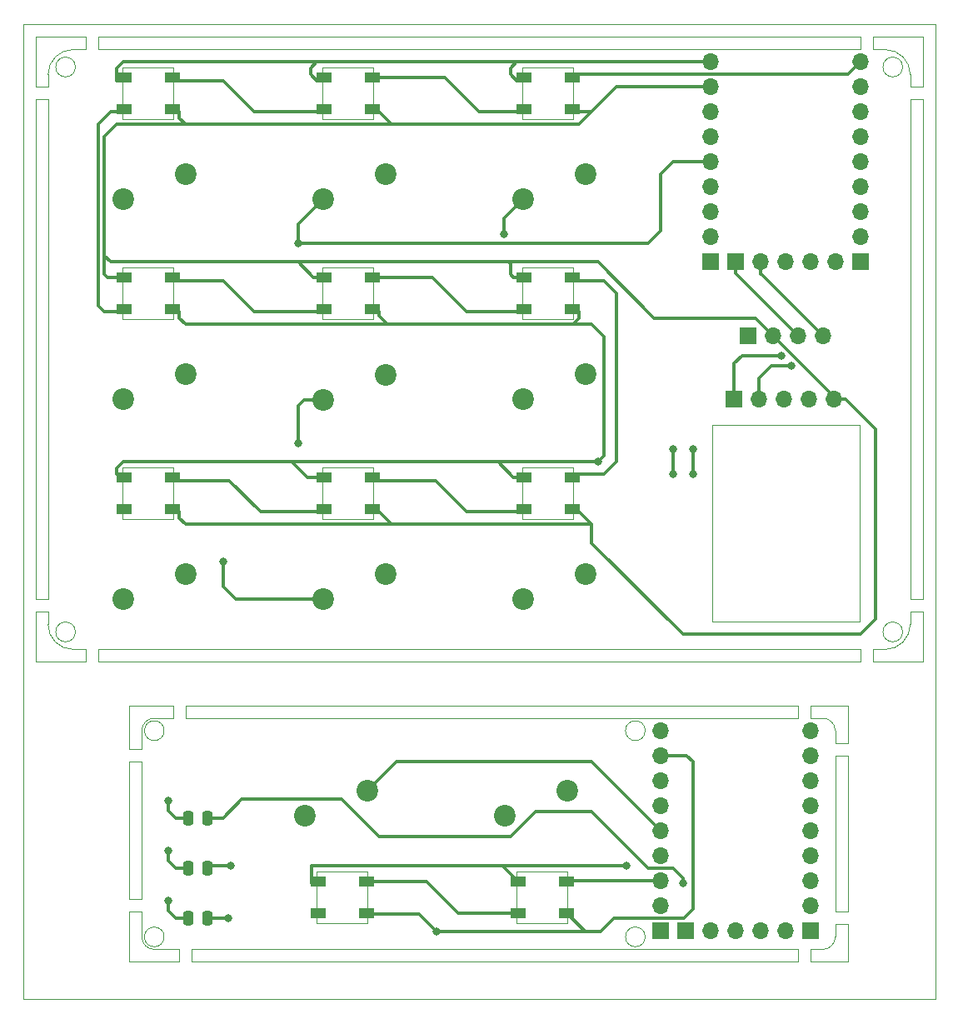
<source format=gbr>
%TF.GenerationSoftware,KiCad,Pcbnew,(6.0.5)*%
%TF.CreationDate,2022-06-14T18:11:56+08:00*%
%TF.ProjectId,keyboard_V4___,6b657962-6f61-4726-945f-56345f087f2e,rev?*%
%TF.SameCoordinates,Original*%
%TF.FileFunction,Copper,L2,Bot*%
%TF.FilePolarity,Positive*%
%FSLAX46Y46*%
G04 Gerber Fmt 4.6, Leading zero omitted, Abs format (unit mm)*
G04 Created by KiCad (PCBNEW (6.0.5)) date 2022-06-14 18:11:56*
%MOMM*%
%LPD*%
G01*
G04 APERTURE LIST*
G04 Aperture macros list*
%AMRoundRect*
0 Rectangle with rounded corners*
0 $1 Rounding radius*
0 $2 $3 $4 $5 $6 $7 $8 $9 X,Y pos of 4 corners*
0 Add a 4 corners polygon primitive as box body*
4,1,4,$2,$3,$4,$5,$6,$7,$8,$9,$2,$3,0*
0 Add four circle primitives for the rounded corners*
1,1,$1+$1,$2,$3*
1,1,$1+$1,$4,$5*
1,1,$1+$1,$6,$7*
1,1,$1+$1,$8,$9*
0 Add four rect primitives between the rounded corners*
20,1,$1+$1,$2,$3,$4,$5,0*
20,1,$1+$1,$4,$5,$6,$7,0*
20,1,$1+$1,$6,$7,$8,$9,0*
20,1,$1+$1,$8,$9,$2,$3,0*%
G04 Aperture macros list end*
%TA.AperFunction,Profile*%
%ADD10C,0.050000*%
%TD*%
%TA.AperFunction,ComponentPad*%
%ADD11C,2.200000*%
%TD*%
%TA.AperFunction,ComponentPad*%
%ADD12R,1.700000X1.700000*%
%TD*%
%TA.AperFunction,ComponentPad*%
%ADD13O,1.700000X1.700000*%
%TD*%
%TA.AperFunction,SMDPad,CuDef*%
%ADD14RoundRect,0.250000X0.250000X0.475000X-0.250000X0.475000X-0.250000X-0.475000X0.250000X-0.475000X0*%
%TD*%
%TA.AperFunction,SMDPad,CuDef*%
%ADD15R,1.500000X1.000000*%
%TD*%
%TA.AperFunction,ViaPad*%
%ADD16C,0.800000*%
%TD*%
%TA.AperFunction,Conductor*%
%ADD17C,0.304800*%
%TD*%
G04 APERTURE END LIST*
D10*
X110490000Y-125095000D02*
G75*
G03*
X109220000Y-123825000I-1270000J0D01*
G01*
X40005000Y-146050000D02*
G75*
G03*
X41275000Y-147320000I1270000J0D01*
G01*
X119380000Y-60960000D02*
X118110000Y-60960000D01*
X114300000Y-116840000D02*
X114300000Y-118110000D01*
X30480000Y-113030000D02*
X30480000Y-114300000D01*
X106680000Y-148590000D02*
X106680000Y-147320000D01*
X44450000Y-122555000D02*
X44450000Y-123825000D01*
X40005000Y-125095000D02*
X40005000Y-127000000D01*
X111760000Y-148590000D02*
X111760000Y-144780000D01*
X43241538Y-103567747D02*
X38059938Y-103567747D01*
X38059938Y-103567747D02*
X38059938Y-98356147D01*
X38059938Y-98356147D02*
X43241538Y-98356147D01*
X43241538Y-98356147D02*
X43241538Y-103567747D01*
X110490000Y-126365000D02*
X110490000Y-125095000D01*
X109220000Y-147320000D02*
G75*
G03*
X110490000Y-146050000I0J1270000D01*
G01*
X119380000Y-111760000D02*
X119380000Y-60960000D01*
X113030000Y-55880000D02*
X35560000Y-55880000D01*
X118110000Y-111760000D02*
X119380000Y-111760000D01*
X57789200Y-139414200D02*
X62970800Y-139414200D01*
X62970800Y-139414200D02*
X62970800Y-144666600D01*
X62970800Y-144666600D02*
X57789200Y-144666600D01*
X57789200Y-144666600D02*
X57789200Y-139414200D01*
X113030000Y-55880000D02*
X113030000Y-54610000D01*
X29210000Y-54610000D02*
X29210000Y-59690000D01*
X107950000Y-147320000D02*
X107950000Y-148590000D01*
X35560000Y-116840000D02*
X35560000Y-118110000D01*
X34290000Y-54610000D02*
X34290000Y-55880000D01*
X83870800Y-83235800D02*
X78689200Y-83235800D01*
X78689200Y-83235800D02*
X78689200Y-78054200D01*
X78689200Y-78054200D02*
X83870800Y-78054200D01*
X83870800Y-78054200D02*
X83870800Y-83235800D01*
X40005000Y-128270000D02*
X40005000Y-142240000D01*
X27940000Y-53340000D02*
X120650000Y-53340000D01*
X120650000Y-53340000D02*
X120650000Y-152400000D01*
X120650000Y-152400000D02*
X27940000Y-152400000D01*
X27940000Y-152400000D02*
X27940000Y-53340000D01*
X40005000Y-143510000D02*
X40005000Y-146050000D01*
X114300000Y-55880000D02*
X114300000Y-54610000D01*
X117332000Y-57658000D02*
G75*
G03*
X117332000Y-57658000I-1000000J0D01*
G01*
X110490000Y-144780000D02*
X110490000Y-146050000D01*
X38735000Y-142240000D02*
X38735000Y-128270000D01*
X110490000Y-143510000D02*
X111760000Y-143510000D01*
X111760000Y-143510000D02*
X111760000Y-127635000D01*
X34290000Y-54610000D02*
X29210000Y-54610000D01*
X30480000Y-60960000D02*
X29210000Y-60960000D01*
X83876806Y-103618547D02*
X78695206Y-103618547D01*
X78695206Y-103618547D02*
X78695206Y-98315347D01*
X78695206Y-98315347D02*
X83876806Y-98315347D01*
X83876806Y-98315347D02*
X83876806Y-103618547D01*
X35560000Y-54610000D02*
X35560000Y-55880000D01*
X43241538Y-83255800D02*
X38059938Y-83255800D01*
X38059938Y-83255800D02*
X38059938Y-78054200D01*
X38059938Y-78054200D02*
X43241538Y-78054200D01*
X43241538Y-78054200D02*
X43241538Y-83255800D01*
X111760000Y-144780000D02*
X110490000Y-144780000D01*
X38735000Y-143510000D02*
X40005000Y-143510000D01*
X91170000Y-146050000D02*
G75*
G03*
X91170000Y-146050000I-1000000J0D01*
G01*
X30480000Y-59690000D02*
X30480000Y-58420000D01*
X29210000Y-60960000D02*
X29210000Y-111760000D01*
X119380000Y-54610000D02*
X119380000Y-59690000D01*
X63559172Y-83255800D02*
X58377572Y-83255800D01*
X58377572Y-83255800D02*
X58377572Y-78054200D01*
X58377572Y-78054200D02*
X63559172Y-78054200D01*
X63559172Y-78054200D02*
X63559172Y-83255800D01*
X63550800Y-103575000D02*
X58369200Y-103575000D01*
X58369200Y-103575000D02*
X58369200Y-98322600D01*
X58369200Y-98322600D02*
X63550800Y-98322600D01*
X63550800Y-98322600D02*
X63550800Y-103575000D01*
X33020000Y-55880000D02*
X34290000Y-55880000D01*
X43815000Y-148590000D02*
X43815000Y-147320000D01*
X119380000Y-118110000D02*
X119380000Y-113030000D01*
X43180000Y-123825000D02*
X41275000Y-123825000D01*
X115570000Y-55880000D02*
X114300000Y-55880000D01*
X117332000Y-115062000D02*
G75*
G03*
X117332000Y-115062000I-1000000J0D01*
G01*
X41275000Y-123825000D02*
G75*
G03*
X40005000Y-125095000I0J-1270000D01*
G01*
X40005000Y-127000000D02*
X38735000Y-127000000D01*
X114300000Y-54610000D02*
X119380000Y-54610000D01*
X78109200Y-139398800D02*
X83290800Y-139398800D01*
X83290800Y-139398800D02*
X83290800Y-144651200D01*
X83290800Y-144651200D02*
X78109200Y-144651200D01*
X78109200Y-144651200D02*
X78109200Y-139398800D01*
X118110000Y-60960000D02*
X118110000Y-111760000D01*
X113030000Y-54610000D02*
X35560000Y-54610000D01*
X30480000Y-60960000D02*
X30480000Y-111760000D01*
X106680000Y-147320000D02*
X45085000Y-147320000D01*
X44450000Y-123825000D02*
X106680000Y-123825000D01*
X30480000Y-114300000D02*
G75*
G03*
X33020000Y-116840000I2540000J0D01*
G01*
X42275000Y-125095000D02*
G75*
G03*
X42275000Y-125095000I-1000000J0D01*
G01*
X45085000Y-147320000D02*
X45085000Y-148590000D01*
X110490000Y-127635000D02*
X110490000Y-143510000D01*
X111760000Y-122555000D02*
X111760000Y-126365000D01*
X30480000Y-113030000D02*
X29210000Y-113030000D01*
X107950000Y-148590000D02*
X111760000Y-148590000D01*
X43230800Y-62935800D02*
X38049200Y-62935800D01*
X38049200Y-62935800D02*
X38049200Y-57714200D01*
X38049200Y-57714200D02*
X43230800Y-57714200D01*
X43230800Y-57714200D02*
X43230800Y-62935800D01*
X34290000Y-118110000D02*
X34290000Y-116840000D01*
X38735000Y-122555000D02*
X43180000Y-122555000D01*
X29210000Y-111760000D02*
X30480000Y-111760000D01*
X40005000Y-142240000D02*
X38735000Y-142240000D01*
X111760000Y-127635000D02*
X110490000Y-127635000D01*
X113030000Y-118110000D02*
X113030000Y-116840000D01*
X119380000Y-59690000D02*
X118110000Y-59690000D01*
X106680000Y-122555000D02*
X44450000Y-122555000D01*
X43815000Y-147320000D02*
X41275000Y-147320000D01*
X45085000Y-148590000D02*
X106680000Y-148590000D01*
X115570000Y-116840000D02*
X114300000Y-116840000D01*
X118110000Y-58420000D02*
X118110000Y-59690000D01*
X114300000Y-118110000D02*
X119380000Y-118110000D01*
X109220000Y-123825000D02*
X107950000Y-123825000D01*
X35560000Y-116840000D02*
X113030000Y-116840000D01*
X29210000Y-113030000D02*
X29210000Y-118110000D01*
X107950000Y-123825000D02*
X107950000Y-122555000D01*
X34290000Y-116840000D02*
X33020000Y-116840000D01*
X83870800Y-62925800D02*
X78689200Y-62925800D01*
X78689200Y-62925800D02*
X78689200Y-57683400D01*
X78689200Y-57683400D02*
X83870800Y-57683400D01*
X83870800Y-57683400D02*
X83870800Y-62925800D01*
X38735000Y-127000000D02*
X38735000Y-122555000D01*
X107950000Y-122555000D02*
X111760000Y-122555000D01*
X35560000Y-118110000D02*
X113030000Y-118110000D01*
X33258000Y-57658000D02*
G75*
G03*
X33258000Y-57658000I-1000000J0D01*
G01*
X38735000Y-143510000D02*
X38735000Y-148590000D01*
X91170000Y-125095000D02*
G75*
G03*
X91170000Y-125095000I-1000000J0D01*
G01*
X29210000Y-118110000D02*
X34290000Y-118110000D01*
X33020000Y-55880000D02*
G75*
G03*
X30480000Y-58420000I0J-2540000D01*
G01*
X118110000Y-58420000D02*
G75*
G03*
X115570000Y-55880000I-2540000J0D01*
G01*
X63550800Y-62935800D02*
X58369200Y-62935800D01*
X58369200Y-62935800D02*
X58369200Y-57714200D01*
X58369200Y-57714200D02*
X63550800Y-57714200D01*
X63550800Y-57714200D02*
X63550800Y-62935800D01*
X98000000Y-94000000D02*
X113000000Y-94000000D01*
X113000000Y-94000000D02*
X113000000Y-114000000D01*
X113000000Y-114000000D02*
X98000000Y-114000000D01*
X98000000Y-114000000D02*
X98000000Y-94000000D01*
X29210000Y-59690000D02*
X30480000Y-59690000D01*
X43180000Y-122555000D02*
X43180000Y-123825000D01*
X106680000Y-123825000D02*
X106680000Y-122555000D01*
X42275000Y-146050000D02*
G75*
G03*
X42275000Y-146050000I-1000000J0D01*
G01*
X118110000Y-113030000D02*
X118110000Y-114300000D01*
X115570000Y-116840000D02*
G75*
G03*
X118110000Y-114300000I0J2540000D01*
G01*
X33258000Y-115062000D02*
G75*
G03*
X33258000Y-115062000I-1000000J0D01*
G01*
X38735000Y-148590000D02*
X43815000Y-148590000D01*
X109220000Y-147320000D02*
X107950000Y-147320000D01*
X119380000Y-113030000D02*
X118110000Y-113030000D01*
X111760000Y-126365000D02*
X110490000Y-126365000D01*
X38735000Y-128270000D02*
X40005000Y-128270000D01*
D11*
%TO.P,SW7,1*%
%TO.N,N/C*%
X38100000Y-71120000D03*
%TO.P,SW7,2*%
X44450000Y-68580000D03*
%TD*%
%TO.P,SW8,1*%
%TO.N,N/C*%
X58420000Y-71120000D03*
%TO.P,SW8,2*%
X64770000Y-68580000D03*
%TD*%
D12*
%TO.P,REF\u002A\u002A,1*%
%TO.N,N/C*%
X95250000Y-145415000D03*
D13*
%TO.P,REF\u002A\u002A,2*%
X97790000Y-145415000D03*
%TO.P,REF\u002A\u002A,3*%
X100330000Y-145415000D03*
%TO.P,REF\u002A\u002A,4*%
X102870000Y-145415000D03*
%TO.P,REF\u002A\u002A,5*%
X105410000Y-145415000D03*
%TD*%
D12*
%TO.P,REF\u002A\u002A,1*%
%TO.N,N/C*%
X97790000Y-77470000D03*
D13*
%TO.P,REF\u002A\u002A,2*%
X97790000Y-74930000D03*
%TO.P,REF\u002A\u002A,3*%
X97790000Y-72390000D03*
%TO.P,REF\u002A\u002A,4*%
X97790000Y-69850000D03*
%TO.P,REF\u002A\u002A,5*%
X97790000Y-67310000D03*
%TO.P,REF\u002A\u002A,6*%
X97790000Y-64770000D03*
%TO.P,REF\u002A\u002A,7*%
X97790000Y-62230000D03*
%TO.P,REF\u002A\u002A,8*%
X97790000Y-59690000D03*
%TO.P,REF\u002A\u002A,9*%
X97790000Y-57150000D03*
%TD*%
D11*
%TO.P,SW3,1*%
%TO.N,N/C*%
X78740000Y-111760000D03*
%TO.P,SW3,2*%
X85090000Y-109220000D03*
%TD*%
%TO.P,SW7,1*%
%TO.N,N/C*%
X62920000Y-131220000D03*
%TO.P,SW7,2*%
X56570000Y-133760000D03*
%TD*%
%TO.P,SW7,1*%
%TO.N,N/C*%
X83240000Y-131220000D03*
%TO.P,SW7,2*%
X76890000Y-133760000D03*
%TD*%
%TO.P,SW2,1*%
%TO.N,N/C*%
X58420000Y-111760000D03*
%TO.P,SW2,2*%
X64770000Y-109220000D03*
%TD*%
%TO.P,SW4,1*%
%TO.N,N/C*%
X38100000Y-91440000D03*
%TO.P,SW4,2*%
X44450000Y-88900000D03*
%TD*%
D12*
%TO.P,REF\u002A\u002A,1*%
%TO.N,N/C*%
X113030000Y-77470000D03*
D13*
%TO.P,REF\u002A\u002A,2*%
X113030000Y-74930000D03*
%TO.P,REF\u002A\u002A,3*%
X113030000Y-72390000D03*
%TO.P,REF\u002A\u002A,4*%
X113030000Y-69850000D03*
%TO.P,REF\u002A\u002A,5*%
X113030000Y-67310000D03*
%TO.P,REF\u002A\u002A,6*%
X113030000Y-64770000D03*
%TO.P,REF\u002A\u002A,7*%
X113030000Y-62230000D03*
%TO.P,REF\u002A\u002A,8*%
X113030000Y-59690000D03*
%TO.P,REF\u002A\u002A,9*%
X113030000Y-57150000D03*
%TD*%
D11*
%TO.P,SW5,1*%
%TO.N,N/C*%
X58439218Y-91449609D03*
%TO.P,SW5,2*%
X64789218Y-88909609D03*
%TD*%
%TO.P,SW9,1*%
%TO.N,N/C*%
X78740000Y-71120000D03*
%TO.P,SW9,2*%
X85090000Y-68580000D03*
%TD*%
D12*
%TO.P,REF\u002A\u002A,1*%
%TO.N,N/C*%
X92710000Y-145415000D03*
D13*
%TO.P,REF\u002A\u002A,2*%
X92710000Y-142875000D03*
%TO.P,REF\u002A\u002A,3*%
X92710000Y-140335000D03*
%TO.P,REF\u002A\u002A,4*%
X92710000Y-137795000D03*
%TO.P,REF\u002A\u002A,5*%
X92710000Y-135255000D03*
%TO.P,REF\u002A\u002A,6*%
X92710000Y-132715000D03*
%TO.P,REF\u002A\u002A,7*%
X92710000Y-130175000D03*
%TO.P,REF\u002A\u002A,8*%
X92710000Y-127635000D03*
%TO.P,REF\u002A\u002A,9*%
X92710000Y-125095000D03*
%TD*%
D11*
%TO.P,SW6,1*%
%TO.N,N/C*%
X78740000Y-91440000D03*
%TO.P,SW6,2*%
X85090000Y-88900000D03*
%TD*%
D12*
%TO.P,REF\u002A\u002A,1*%
%TO.N,N/C*%
X107950000Y-145415000D03*
D13*
%TO.P,REF\u002A\u002A,2*%
X107950000Y-142875000D03*
%TO.P,REF\u002A\u002A,3*%
X107950000Y-140335000D03*
%TO.P,REF\u002A\u002A,4*%
X107950000Y-137795000D03*
%TO.P,REF\u002A\u002A,5*%
X107950000Y-135255000D03*
%TO.P,REF\u002A\u002A,6*%
X107950000Y-132715000D03*
%TO.P,REF\u002A\u002A,7*%
X107950000Y-130175000D03*
%TO.P,REF\u002A\u002A,8*%
X107950000Y-127635000D03*
%TO.P,REF\u002A\u002A,9*%
X107950000Y-125095000D03*
%TD*%
D11*
%TO.P,SW1,1*%
%TO.N,N/C*%
X38100000Y-111760000D03*
%TO.P,SW1,2*%
X44450000Y-109220000D03*
%TD*%
D12*
%TO.P,REF\u002A\u002A,1*%
%TO.N,N/C*%
X100330000Y-77470000D03*
D13*
%TO.P,REF\u002A\u002A,2*%
X102870000Y-77470000D03*
%TO.P,REF\u002A\u002A,3*%
X105410000Y-77470000D03*
%TO.P,REF\u002A\u002A,4*%
X107950000Y-77470000D03*
%TO.P,REF\u002A\u002A,5*%
X110490000Y-77470000D03*
%TD*%
D12*
%TO.P,OLED,1*%
%TO.N,N/C*%
X101610000Y-84963000D03*
D13*
%TO.P,OLED,2*%
X104150000Y-84963000D03*
%TO.P,OLED,3*%
X106690000Y-84963000D03*
%TO.P,OLED,4*%
X109230000Y-84963000D03*
%TD*%
D12*
%TO.P,EC11,1*%
%TO.N,N/C*%
X100203000Y-91440000D03*
D13*
%TO.P,EC11,2*%
X102743000Y-91440000D03*
%TO.P,EC11,3*%
X105283000Y-91440000D03*
%TO.P,EC11,4*%
X107823000Y-91440000D03*
%TO.P,EC11,5*%
X110363000Y-91440000D03*
%TD*%
D14*
%TO.P,TS4148,1*%
%TO.N,N/C*%
X46670000Y-139065000D03*
%TO.P,TS4148,2*%
X44770000Y-139065000D03*
%TD*%
D15*
%TO.P,RGB,1*%
%TO.N,N/C*%
X63410000Y-58725000D03*
%TO.P,RGB,2*%
X63410000Y-61925000D03*
%TO.P,RGB,3*%
X58510000Y-61925000D03*
%TO.P,RGB,4*%
X58510000Y-58725000D03*
%TD*%
%TO.P,RGB,1*%
%TO.N,N/C*%
X43090000Y-99365000D03*
%TO.P,RGB,2*%
X43090000Y-102565000D03*
%TO.P,RGB,3*%
X38190000Y-102565000D03*
%TO.P,RGB,4*%
X38190000Y-99365000D03*
%TD*%
%TO.P,RGB,1*%
%TO.N,N/C*%
X43090000Y-58725000D03*
%TO.P,RGB,2*%
X43090000Y-61925000D03*
%TO.P,RGB,3*%
X38190000Y-61925000D03*
%TO.P,RGB,4*%
X38190000Y-58725000D03*
%TD*%
%TO.P,RGB,1*%
%TO.N,N/C*%
X63410000Y-99365000D03*
%TO.P,RGB,2*%
X63410000Y-102565000D03*
%TO.P,RGB,3*%
X58510000Y-102565000D03*
%TO.P,RGB,4*%
X58510000Y-99365000D03*
%TD*%
%TO.P,RGB,1*%
%TO.N,N/C*%
X83730000Y-99365000D03*
%TO.P,RGB,2*%
X83730000Y-102565000D03*
%TO.P,RGB,3*%
X78830000Y-102565000D03*
%TO.P,RGB,4*%
X78830000Y-99365000D03*
%TD*%
%TO.P,RGB,1*%
%TO.N,N/C*%
X83730000Y-58725000D03*
%TO.P,RGB,2*%
X83730000Y-61925000D03*
%TO.P,RGB,3*%
X78830000Y-61925000D03*
%TO.P,RGB,4*%
X78830000Y-58725000D03*
%TD*%
%TO.P,RGB,1*%
%TO.N,N/C*%
X58519332Y-82252780D03*
%TO.P,RGB,2*%
X58519332Y-79052780D03*
%TO.P,RGB,3*%
X63419332Y-79052780D03*
%TO.P,RGB,4*%
X63419332Y-82252780D03*
%TD*%
%TO.P,RGB,1*%
%TO.N,N/C*%
X38195771Y-82252780D03*
%TO.P,RGB,2*%
X38195771Y-79052780D03*
%TO.P,RGB,3*%
X43095771Y-79052780D03*
%TO.P,RGB,4*%
X43095771Y-82252780D03*
%TD*%
%TO.P,RGB,1*%
%TO.N,N/C*%
X78830000Y-82245000D03*
%TO.P,RGB,2*%
X78830000Y-79045000D03*
%TO.P,RGB,3*%
X83730000Y-79045000D03*
%TO.P,RGB,4*%
X83730000Y-82245000D03*
%TD*%
D14*
%TO.P,TS4148,1*%
%TO.N,N/C*%
X46670000Y-133985000D03*
%TO.P,TS4148,2*%
X44770000Y-133985000D03*
%TD*%
%TO.P,TS4148,1*%
%TO.N,N/C*%
X46670000Y-144145000D03*
%TO.P,TS4148,2*%
X44770000Y-144145000D03*
%TD*%
D15*
%TO.P,RGB,1*%
%TO.N,N/C*%
X57930000Y-143615000D03*
%TO.P,RGB,2*%
X57930000Y-140415000D03*
%TO.P,RGB,3*%
X62830000Y-140415000D03*
%TO.P,RGB,4*%
X62830000Y-143615000D03*
%TD*%
%TO.P,RGB,1*%
%TO.N,N/C*%
X78250000Y-143615000D03*
%TO.P,RGB,2*%
X78250000Y-140415000D03*
%TO.P,RGB,3*%
X83150000Y-140415000D03*
%TO.P,RGB,4*%
X83150000Y-143615000D03*
%TD*%
D16*
%TO.N,*%
X69977000Y-145542000D03*
X49022000Y-138811000D03*
X106000000Y-88000000D03*
X76835000Y-74676000D03*
X42672000Y-142367000D03*
X96000000Y-96520000D03*
X96000000Y-99060000D03*
X42672000Y-132207000D03*
X42672000Y-137287000D03*
X55880000Y-95885000D03*
X94000000Y-96520000D03*
X93980000Y-99000000D03*
X55880000Y-75565000D03*
X105000000Y-87000000D03*
X48260000Y-107950000D03*
X48768000Y-144145000D03*
X94996000Y-140589000D03*
X89281000Y-138811000D03*
X86360000Y-97790000D03*
%TD*%
D17*
%TO.N,*%
X106000000Y-88000000D02*
X104000000Y-88000000D01*
X83452720Y-143904720D02*
X83452720Y-143615000D01*
X43434000Y-144145000D02*
X44770000Y-144145000D01*
X55880000Y-77470000D02*
X77255000Y-77470000D01*
X77470000Y-58420000D02*
X78105000Y-59055000D01*
X42672000Y-132207000D02*
X42672000Y-133223000D01*
X76200000Y-97790000D02*
X77775000Y-99365000D01*
X78105000Y-57150000D02*
X77470000Y-57785000D01*
X55880000Y-75565000D02*
X91440000Y-75565000D01*
X76835000Y-74676000D02*
X76835000Y-73025000D01*
X76835000Y-73025000D02*
X78740000Y-71120000D01*
X62920000Y-131220000D02*
X65870000Y-128270000D01*
X96012000Y-128270000D02*
X95377000Y-127635000D01*
X65405000Y-63500000D02*
X64135000Y-62230000D01*
X57785000Y-57150000D02*
X38100000Y-57150000D01*
X52070000Y-102870000D02*
X58205000Y-102870000D01*
X44450000Y-104140000D02*
X65405000Y-104140000D01*
X55880000Y-77470000D02*
X57462780Y-79052780D01*
X49022000Y-138811000D02*
X46924000Y-138811000D01*
X65870000Y-128270000D02*
X85725000Y-128270000D01*
X85090000Y-79375000D02*
X86995000Y-79375000D01*
X50165000Y-132080000D02*
X48260000Y-133985000D01*
X85725000Y-62230000D02*
X84455000Y-62230000D01*
X42672000Y-133223000D02*
X43434000Y-133985000D01*
X86614000Y-145542000D02*
X88011000Y-144145000D01*
X57150000Y-58420000D02*
X57785000Y-59055000D01*
X78525000Y-102870000D02*
X78533286Y-102861714D01*
X92710000Y-74295000D02*
X92710000Y-68580000D01*
X102743000Y-89257000D02*
X102743000Y-91440000D01*
X37465000Y-59055000D02*
X37887280Y-59055000D01*
X37465000Y-62230000D02*
X36830000Y-62230000D01*
X48768000Y-144145000D02*
X46670000Y-144145000D01*
X94000000Y-98980000D02*
X94000000Y-96520000D01*
X35560000Y-81915000D02*
X36195000Y-82550000D01*
X92075000Y-83185000D02*
X102372000Y-83185000D01*
X95123000Y-144145000D02*
X96012000Y-143256000D01*
X113030000Y-115316000D02*
X114554000Y-113792000D01*
X46924000Y-138811000D02*
X46670000Y-139065000D01*
X100330000Y-78603000D02*
X106690000Y-84963000D01*
X92710000Y-140335000D02*
X83532720Y-140335000D01*
X51435000Y-62230000D02*
X57785000Y-62230000D01*
X77470000Y-62230000D02*
X78105000Y-62230000D01*
X85090000Y-145542000D02*
X83452720Y-143904720D01*
X77470000Y-62230000D02*
X74295000Y-62230000D01*
X36195000Y-76835000D02*
X36195000Y-78740000D01*
X84455000Y-63500000D02*
X65405000Y-63500000D01*
X93980000Y-99000000D02*
X94000000Y-98980000D01*
X44450000Y-104140000D02*
X43815000Y-103505000D01*
X102870000Y-78740000D02*
X103007000Y-78740000D01*
X57277000Y-138811000D02*
X57277000Y-140589000D01*
X44450000Y-59055000D02*
X43815000Y-59055000D01*
X88265000Y-59690000D02*
X85725000Y-62230000D01*
X44450000Y-63500000D02*
X37465000Y-63500000D01*
X65405000Y-63500000D02*
X44450000Y-63500000D01*
X92710000Y-68580000D02*
X93980000Y-67310000D01*
X86360000Y-77470000D02*
X92075000Y-83185000D01*
X38100000Y-97790000D02*
X37465000Y-98425000D01*
X48260000Y-133985000D02*
X46670000Y-133985000D01*
X88265000Y-80645000D02*
X88265000Y-97790000D01*
X69977000Y-145542000D02*
X68199000Y-143764000D01*
X85090000Y-145542000D02*
X69977000Y-145542000D01*
X44450000Y-59055000D02*
X48260000Y-59055000D01*
X56515000Y-73025000D02*
X55880000Y-73660000D01*
X88011000Y-144145000D02*
X95123000Y-144145000D01*
X77470000Y-135890000D02*
X64135000Y-135890000D01*
X93980000Y-67310000D02*
X97790000Y-67310000D01*
X36830000Y-62230000D02*
X35560000Y-63500000D01*
X78105000Y-57150000D02*
X57785000Y-57150000D01*
X114554000Y-113792000D02*
X114554000Y-94428919D01*
X43815000Y-99695000D02*
X48895000Y-99695000D01*
X96012000Y-143256000D02*
X96012000Y-128270000D01*
X69527780Y-79052780D02*
X73025000Y-82550000D01*
X85090000Y-79375000D02*
X84455000Y-79375000D01*
X36507780Y-79052780D02*
X37898018Y-79052780D01*
X44450000Y-83820000D02*
X43815000Y-83185000D01*
X72140200Y-143615200D02*
X68940000Y-140415000D01*
X85090000Y-58420000D02*
X84455000Y-58420000D01*
X43815000Y-62865000D02*
X43815000Y-62230000D01*
X44450000Y-63500000D02*
X43815000Y-62865000D01*
X93980000Y-139065000D02*
X91440000Y-139065000D01*
X48260000Y-79375000D02*
X51435000Y-82550000D01*
X56820000Y-99365000D02*
X58207280Y-99365000D01*
X111760000Y-58420000D02*
X85090000Y-58420000D01*
X63721092Y-79052780D02*
X69527780Y-79052780D01*
X43815000Y-79375000D02*
X48260000Y-79375000D01*
X42672000Y-137287000D02*
X42672000Y-138303000D01*
X94996000Y-140081000D02*
X93980000Y-139065000D01*
X85090000Y-145542000D02*
X86614000Y-145542000D01*
X74295000Y-62230000D02*
X70790000Y-58725000D01*
X64135000Y-82968448D02*
X64135000Y-82550000D01*
X43815000Y-83185000D02*
X43815000Y-82550000D01*
X100330000Y-77470000D02*
X100330000Y-78603000D01*
X105000000Y-87000000D02*
X101000000Y-87000000D01*
X86995000Y-97155000D02*
X86360000Y-97790000D01*
X88265000Y-97790000D02*
X86995000Y-99060000D01*
X57462780Y-79052780D02*
X58215652Y-79052780D01*
X48260000Y-110490000D02*
X49530000Y-111760000D01*
X37465000Y-63500000D02*
X36195000Y-64770000D01*
X73025000Y-102870000D02*
X78525000Y-102870000D01*
X55245000Y-97790000D02*
X56820000Y-99365000D01*
X36195000Y-78740000D02*
X36507780Y-79052780D01*
X77974680Y-143615200D02*
X72140200Y-143615200D01*
X37465000Y-57785000D02*
X37465000Y-59055000D01*
X85725000Y-133350000D02*
X80010000Y-133350000D01*
X78105000Y-59055000D02*
X78527280Y-59055000D01*
X55245000Y-97790000D02*
X76200000Y-97790000D01*
X91440000Y-139065000D02*
X85725000Y-133350000D01*
X85725000Y-128270000D02*
X92710000Y-135255000D01*
X111565081Y-91440000D02*
X110363000Y-91440000D01*
X55245000Y-97790000D02*
X38100000Y-97790000D01*
X97790000Y-59690000D02*
X88265000Y-59690000D01*
X85725000Y-106045000D02*
X94996000Y-115316000D01*
X66040000Y-83820000D02*
X44450000Y-83820000D01*
X91440000Y-75565000D02*
X92710000Y-74295000D01*
X85725000Y-62230000D02*
X84455000Y-63500000D01*
X38100000Y-57150000D02*
X37465000Y-57785000D01*
X80010000Y-133350000D02*
X77470000Y-135890000D01*
X95377000Y-127635000D02*
X92710000Y-127635000D01*
X83820000Y-83820000D02*
X84455000Y-83185000D01*
X66040000Y-83820000D02*
X64986552Y-83820000D01*
X68199000Y-143764000D02*
X63132720Y-143764000D01*
X102870000Y-77470000D02*
X102870000Y-78740000D01*
X76646000Y-138811000D02*
X89281000Y-138811000D01*
X64135000Y-99695000D02*
X69850000Y-99695000D01*
X64986552Y-83820000D02*
X64135000Y-82968448D01*
X97790000Y-57150000D02*
X78105000Y-57150000D01*
X36195000Y-76835000D02*
X36830000Y-77470000D01*
X83820000Y-83820000D02*
X66040000Y-83820000D01*
X68940000Y-140415000D02*
X63105320Y-140415000D01*
X37465000Y-98425000D02*
X37465000Y-99060000D01*
X77775000Y-99365000D02*
X78533286Y-99365000D01*
X76646000Y-138811000D02*
X77947280Y-140112280D01*
X48260000Y-59055000D02*
X51435000Y-62230000D01*
X57785000Y-57150000D02*
X57150000Y-57785000D01*
X51435000Y-82550000D02*
X57785000Y-82550000D01*
X69850000Y-99695000D02*
X73025000Y-102870000D01*
X94996000Y-140589000D02*
X94996000Y-140081000D01*
X86995000Y-99060000D02*
X84455000Y-99060000D01*
X77470000Y-78740000D02*
X77775000Y-79045000D01*
X77255000Y-77470000D02*
X77470000Y-77685000D01*
X77470000Y-77685000D02*
X77470000Y-78740000D01*
X63132720Y-143764000D02*
X63132720Y-143615000D01*
X64135000Y-135890000D02*
X60325000Y-132080000D01*
X55880000Y-92075000D02*
X55880000Y-95885000D01*
X77775000Y-79045000D02*
X78527280Y-79045000D01*
X65405000Y-104140000D02*
X64135000Y-102870000D01*
X56505391Y-91449609D02*
X55880000Y-92075000D01*
X100203000Y-87797000D02*
X100203000Y-91440000D01*
X76200000Y-97790000D02*
X86360000Y-97790000D01*
X101000000Y-87000000D02*
X100203000Y-87797000D01*
X35560000Y-63500000D02*
X35560000Y-81915000D01*
X84455000Y-83185000D02*
X84455000Y-82550000D01*
X86995000Y-79375000D02*
X88265000Y-80645000D01*
X57785000Y-59055000D02*
X58207280Y-59055000D01*
X58420000Y-71120000D02*
X56515000Y-73025000D01*
X58205000Y-102870000D02*
X58207280Y-102867720D01*
X113030000Y-57150000D02*
X111760000Y-58420000D01*
X36830000Y-77470000D02*
X55880000Y-77470000D01*
X42672000Y-142367000D02*
X42672000Y-143383000D01*
X42672000Y-138303000D02*
X43434000Y-139065000D01*
X65405000Y-104140000D02*
X85725000Y-104140000D01*
X77470000Y-57785000D02*
X77470000Y-58420000D01*
X48895000Y-99695000D02*
X52070000Y-102870000D01*
X43434000Y-133985000D02*
X44770000Y-133985000D01*
X85725000Y-104140000D02*
X84455000Y-102870000D01*
X58439218Y-91449609D02*
X56505391Y-91449609D01*
X43815000Y-103505000D02*
X43815000Y-102870000D01*
X114554000Y-94428919D02*
X111565081Y-91440000D01*
X103007000Y-78740000D02*
X109230000Y-84963000D01*
X86995000Y-85090000D02*
X86995000Y-97155000D01*
X57277000Y-138811000D02*
X76646000Y-138811000D01*
X43434000Y-139065000D02*
X44770000Y-139065000D01*
X36195000Y-82550000D02*
X37465000Y-82550000D01*
X57150000Y-57785000D02*
X57150000Y-58420000D01*
X102372000Y-83185000D02*
X104150000Y-84963000D01*
X104000000Y-88000000D02*
X102743000Y-89257000D01*
X60325000Y-132080000D02*
X50165000Y-132080000D01*
X55880000Y-73660000D02*
X55880000Y-75565000D01*
X77255000Y-77470000D02*
X86360000Y-77470000D01*
X70790000Y-58725000D02*
X63712720Y-58725000D01*
X49530000Y-111760000D02*
X58420000Y-111760000D01*
X83532720Y-140335000D02*
X83452720Y-140415000D01*
X96000000Y-96520000D02*
X96000000Y-99060000D01*
X104150000Y-84963000D02*
X110363000Y-91176000D01*
X48260000Y-107950000D02*
X48260000Y-110490000D01*
X94996000Y-115316000D02*
X113030000Y-115316000D01*
X77947280Y-140112280D02*
X77947280Y-140415000D01*
X83820000Y-83820000D02*
X85725000Y-83820000D01*
X85725000Y-104140000D02*
X85725000Y-106045000D01*
X85725000Y-83820000D02*
X86995000Y-85090000D01*
X42672000Y-143383000D02*
X43434000Y-144145000D01*
X73025000Y-82550000D02*
X78525000Y-82550000D01*
X78525000Y-82550000D02*
X78527280Y-82547720D01*
X36195000Y-64770000D02*
X36195000Y-76835000D01*
%TD*%
M02*

</source>
